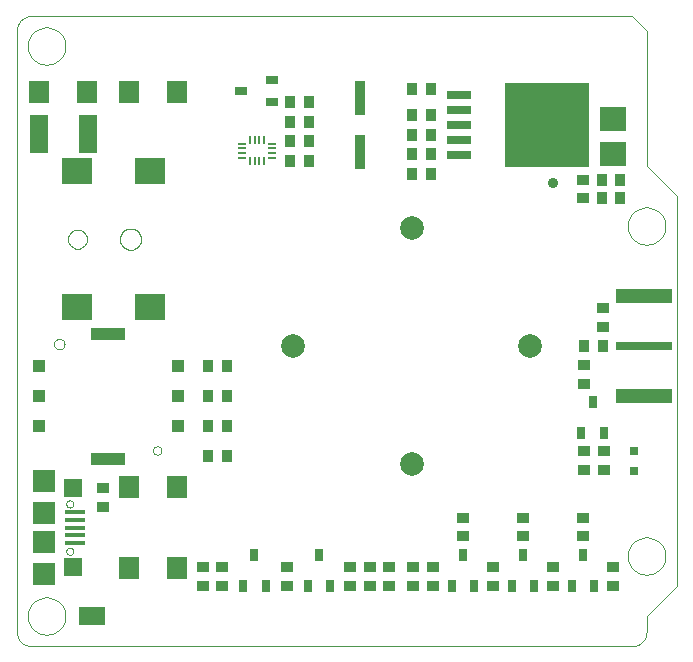
<source format=gbr>
G04 PROTEUS RS274X GERBER FILE*
%FSLAX45Y45*%
%MOMM*%
G01*
%ADD15R,1.700000X0.300000*%
%ADD16R,1.700000X0.400000*%
%ADD17R,1.900000X1.900000*%
%ADD18R,1.500000X1.500000*%
%ADD23C,2.000000*%
%ADD24R,1.050000X0.900000*%
%ADD25R,2.500000X2.300000*%
%ADD26R,1.800000X1.900000*%
%ADD27R,1.500000X3.200000*%
%ADD28R,3.000000X1.000000*%
%ADD29R,1.100000X1.000000*%
%ADD72R,4.750000X0.800000*%
%ADD73R,4.750000X1.200000*%
%ADD30R,0.900000X1.050000*%
%ADD31R,2.000000X0.760000*%
%ADD32R,7.100000X7.100000*%
%ADD33R,0.200000X0.800000*%
%ADD34R,0.800000X0.200000*%
%ADD35R,2.286000X2.032000*%
%ADD36R,0.850000X2.900000*%
%ADD37R,0.711200X0.990600*%
%ADD38R,0.800000X0.800000*%
%ADD39R,0.990600X0.711200*%
%ADD40C,0.889000*%
%ADD41R,2.200000X1.650000*%
%ADD42C,0.025400*%
D15*
X+495300Y+1133300D03*
D16*
X+495300Y+1068300D03*
X+495300Y+1003300D03*
X+495300Y+938300D03*
D15*
X+495300Y+873300D03*
D17*
X+235300Y+1123300D03*
X+235300Y+883300D03*
X+235300Y+1398300D03*
X+235300Y+608300D03*
D18*
X+480300Y+668300D03*
X+480300Y+1338300D03*
D23*
X+2343400Y+2540000D03*
X+3343400Y+1540000D03*
X+4343400Y+2540000D03*
X+3343400Y+3540000D03*
D24*
X+734300Y+1178300D03*
X+734300Y+1338300D03*
D25*
X+1124700Y+4018900D03*
X+514700Y+4018900D03*
X+514700Y+2868900D03*
X+1124700Y+2868900D03*
D26*
X+950200Y+1344600D03*
X+1360200Y+1344600D03*
D27*
X+605050Y+4338700D03*
X+185050Y+4338700D03*
D26*
X+185050Y+4694300D03*
X+595050Y+4694300D03*
D28*
X+775050Y+2646200D03*
X+775050Y+1586200D03*
D29*
X+185050Y+1862200D03*
X+185050Y+2116200D03*
X+185050Y+2370200D03*
X+1365050Y+1862200D03*
X+1365050Y+2116200D03*
X+1365050Y+2370200D03*
D72*
X+5314950Y+2540000D03*
D73*
X+5314950Y+2962500D03*
X+5314950Y+2117500D03*
D24*
X+4965700Y+2698750D03*
X+4965700Y+2858750D03*
D30*
X+4965700Y+2540000D03*
X+4805700Y+2540000D03*
D24*
X+4805700Y+2381250D03*
X+4805700Y+2221250D03*
D30*
X+1779050Y+2370200D03*
X+1619050Y+2370200D03*
X+1619050Y+1862200D03*
X+1779050Y+1862200D03*
X+1619050Y+2116200D03*
X+1779050Y+2116200D03*
X+1779050Y+1608200D03*
X+1619050Y+1608200D03*
D31*
X+3747500Y+4666300D03*
X+3747500Y+4539300D03*
X+3747500Y+4412300D03*
X+3747500Y+4285300D03*
X+3747500Y+4158300D03*
D32*
X+4488500Y+4412300D03*
D33*
X+2095100Y+4282900D03*
X+2055100Y+4282900D03*
X+2015100Y+4282900D03*
X+1975100Y+4282900D03*
D34*
X+1905100Y+4252900D03*
X+1905100Y+4212900D03*
X+1905100Y+4172900D03*
X+1905100Y+4132900D03*
D33*
X+1975100Y+4102900D03*
X+2015100Y+4102900D03*
X+2055100Y+4102900D03*
X+2095100Y+4102900D03*
D34*
X+2165100Y+4132900D03*
X+2165100Y+4172900D03*
X+2165100Y+4212900D03*
X+2165100Y+4252900D03*
D35*
X+5047300Y+4164650D03*
X+5047300Y+4464650D03*
D36*
X+2908050Y+4640900D03*
X+2908050Y+4180900D03*
D24*
X+4793300Y+3790000D03*
X+4793300Y+3950000D03*
D30*
X+4952050Y+3791250D03*
X+5112050Y+3791250D03*
X+4952050Y+3950000D03*
X+5112050Y+3950000D03*
X+3506200Y+4494850D03*
X+3346200Y+4494850D03*
X+3346200Y+4717100D03*
X+3506200Y+4717100D03*
X+3506200Y+3999550D03*
X+3346200Y+3999550D03*
X+3346200Y+4329750D03*
X+3506200Y+4329750D03*
D37*
X+1917700Y+508000D03*
X+2108200Y+508000D03*
X+2011680Y+769620D03*
D24*
X+1739900Y+508000D03*
X+1739900Y+668000D03*
X+1574800Y+668000D03*
X+1574800Y+508000D03*
D37*
X+4781550Y+1806350D03*
X+4972050Y+1806350D03*
X+4875530Y+2067970D03*
D24*
X+4972050Y+1647600D03*
X+4972050Y+1487600D03*
X+4806950Y+1487600D03*
X+4806950Y+1647600D03*
D38*
X+5226050Y+1482600D03*
X+5226050Y+1647600D03*
D39*
X+2158750Y+4602800D03*
X+2158750Y+4793300D03*
X+1897130Y+4696780D03*
D30*
X+2311150Y+4272600D03*
X+2471150Y+4272600D03*
X+2311150Y+4107500D03*
X+2471150Y+4107500D03*
D26*
X+950200Y+4694300D03*
X+1360200Y+4694300D03*
X+1360200Y+661950D03*
X+950200Y+661950D03*
D40*
X+4539300Y+3924600D03*
D37*
X+4699000Y+508000D03*
X+4889500Y+508000D03*
X+4792980Y+769620D03*
X+2463800Y+508000D03*
X+2654300Y+508000D03*
X+2557780Y+769620D03*
X+4191000Y+508000D03*
X+4381500Y+508000D03*
X+4284980Y+769620D03*
X+3683000Y+508000D03*
X+3873500Y+508000D03*
X+3776980Y+769620D03*
D30*
X+3506200Y+4164650D03*
X+3346200Y+4164650D03*
D24*
X+2990850Y+508000D03*
X+2990850Y+668000D03*
X+2825750Y+508000D03*
X+2825750Y+668000D03*
X+3155950Y+668000D03*
X+3155950Y+508000D03*
X+2286000Y+668000D03*
X+2286000Y+508000D03*
D30*
X+2471150Y+4602800D03*
X+2311150Y+4602800D03*
X+2311150Y+4437700D03*
X+2471150Y+4437700D03*
D24*
X+4540250Y+508000D03*
X+4540250Y+668000D03*
X+4032250Y+508000D03*
X+4032250Y+668000D03*
X+3524250Y+508000D03*
X+3524250Y+668000D03*
X+4792980Y+1088370D03*
X+4792980Y+928370D03*
X+4284980Y+1088370D03*
X+4284980Y+928370D03*
X+3776980Y+1088370D03*
X+3776980Y+928370D03*
X+3359150Y+508000D03*
X+3359150Y+668000D03*
X+5048250Y+668000D03*
X+5048250Y+508000D03*
D41*
X+635000Y+254000D03*
D42*
X+5492750Y+762000D02*
X+5492220Y+774958D01*
X+5487916Y+800876D01*
X+5478925Y+826794D01*
X+5464280Y+852712D01*
X+5441876Y+878466D01*
X+5415958Y+897958D01*
X+5390040Y+910530D01*
X+5364122Y+917866D01*
X+5338204Y+920694D01*
X+5334000Y+920750D01*
X+5175250Y+762000D02*
X+5175780Y+774958D01*
X+5180084Y+800876D01*
X+5189075Y+826794D01*
X+5203720Y+852712D01*
X+5226124Y+878466D01*
X+5252042Y+897958D01*
X+5277960Y+910530D01*
X+5303878Y+917866D01*
X+5329796Y+920694D01*
X+5334000Y+920750D01*
X+5175250Y+762000D02*
X+5175780Y+749042D01*
X+5180084Y+723124D01*
X+5189075Y+697206D01*
X+5203720Y+671288D01*
X+5226124Y+645534D01*
X+5252042Y+626042D01*
X+5277960Y+613470D01*
X+5303878Y+606134D01*
X+5329796Y+603306D01*
X+5334000Y+603250D01*
X+5492750Y+762000D02*
X+5492220Y+749042D01*
X+5487916Y+723124D01*
X+5478925Y+697206D01*
X+5464280Y+671288D01*
X+5441876Y+645534D01*
X+5415958Y+626042D01*
X+5390040Y+613470D01*
X+5364122Y+606134D01*
X+5338204Y+603306D01*
X+5334000Y+603250D01*
X+5492750Y+3556000D02*
X+5492220Y+3568958D01*
X+5487916Y+3594876D01*
X+5478925Y+3620794D01*
X+5464280Y+3646712D01*
X+5441876Y+3672466D01*
X+5415958Y+3691958D01*
X+5390040Y+3704530D01*
X+5364122Y+3711866D01*
X+5338204Y+3714694D01*
X+5334000Y+3714750D01*
X+5175250Y+3556000D02*
X+5175780Y+3568958D01*
X+5180084Y+3594876D01*
X+5189075Y+3620794D01*
X+5203720Y+3646712D01*
X+5226124Y+3672466D01*
X+5252042Y+3691958D01*
X+5277960Y+3704530D01*
X+5303878Y+3711866D01*
X+5329796Y+3714694D01*
X+5334000Y+3714750D01*
X+5175250Y+3556000D02*
X+5175780Y+3543042D01*
X+5180084Y+3517124D01*
X+5189075Y+3491206D01*
X+5203720Y+3465288D01*
X+5226124Y+3439534D01*
X+5252042Y+3420042D01*
X+5277960Y+3407470D01*
X+5303878Y+3400134D01*
X+5329796Y+3397306D01*
X+5334000Y+3397250D01*
X+5492750Y+3556000D02*
X+5492220Y+3543042D01*
X+5487916Y+3517124D01*
X+5478925Y+3491206D01*
X+5464280Y+3465288D01*
X+5441876Y+3439534D01*
X+5415958Y+3420042D01*
X+5390040Y+3407470D01*
X+5364122Y+3400134D01*
X+5338204Y+3397306D01*
X+5334000Y+3397250D01*
X+412750Y+5080000D02*
X+412220Y+5092958D01*
X+407916Y+5118876D01*
X+398925Y+5144794D01*
X+384280Y+5170712D01*
X+361876Y+5196466D01*
X+335958Y+5215958D01*
X+310040Y+5228530D01*
X+284122Y+5235866D01*
X+258204Y+5238694D01*
X+254000Y+5238750D01*
X+95250Y+5080000D02*
X+95780Y+5092958D01*
X+100084Y+5118876D01*
X+109075Y+5144794D01*
X+123720Y+5170712D01*
X+146124Y+5196466D01*
X+172042Y+5215958D01*
X+197960Y+5228530D01*
X+223878Y+5235866D01*
X+249796Y+5238694D01*
X+254000Y+5238750D01*
X+95250Y+5080000D02*
X+95780Y+5067042D01*
X+100084Y+5041124D01*
X+109075Y+5015206D01*
X+123720Y+4989288D01*
X+146124Y+4963534D01*
X+172042Y+4944042D01*
X+197960Y+4931470D01*
X+223878Y+4924134D01*
X+249796Y+4921306D01*
X+254000Y+4921250D01*
X+412750Y+5080000D02*
X+412220Y+5067042D01*
X+407916Y+5041124D01*
X+398925Y+5015206D01*
X+384280Y+4989288D01*
X+361876Y+4963534D01*
X+335958Y+4944042D01*
X+310040Y+4931470D01*
X+284122Y+4924134D01*
X+258204Y+4921306D01*
X+254000Y+4921250D01*
X+412750Y+254000D02*
X+412220Y+266958D01*
X+407916Y+292876D01*
X+398925Y+318794D01*
X+384280Y+344712D01*
X+361876Y+370466D01*
X+335958Y+389958D01*
X+310040Y+402530D01*
X+284122Y+409866D01*
X+258204Y+412694D01*
X+254000Y+412750D01*
X+95250Y+254000D02*
X+95780Y+266958D01*
X+100084Y+292876D01*
X+109075Y+318794D01*
X+123720Y+344712D01*
X+146124Y+370466D01*
X+172042Y+389958D01*
X+197960Y+402530D01*
X+223878Y+409866D01*
X+249796Y+412694D01*
X+254000Y+412750D01*
X+95250Y+254000D02*
X+95780Y+241042D01*
X+100084Y+215124D01*
X+109075Y+189206D01*
X+123720Y+163288D01*
X+146124Y+137534D01*
X+172042Y+118042D01*
X+197960Y+105470D01*
X+223878Y+98134D01*
X+249796Y+95306D01*
X+254000Y+95250D01*
X+412750Y+254000D02*
X+412220Y+241042D01*
X+407916Y+215124D01*
X+398925Y+189206D01*
X+384280Y+163288D01*
X+361876Y+137534D01*
X+335958Y+118042D01*
X+310040Y+105470D01*
X+284122Y+98134D01*
X+258204Y+95306D01*
X+254000Y+95250D01*
X+0Y+127000D02*
X+2527Y+101032D01*
X+9798Y+77018D01*
X+21348Y+55423D01*
X+36711Y+36711D01*
X+55423Y+21347D01*
X+77018Y+9798D01*
X+101032Y+2527D01*
X+127000Y+0D01*
X+5207000Y+0D01*
X+5232967Y+2527D01*
X+5256981Y+9798D01*
X+5278577Y+21347D01*
X+5297289Y+36711D01*
X+5312652Y+55423D01*
X+5324202Y+77018D01*
X+5331473Y+101032D01*
X+5334000Y+127000D01*
X+5334000Y+254000D01*
X+5588000Y+508000D01*
X+5588000Y+3810000D01*
X+5334000Y+4064000D01*
X+5334000Y+5207000D01*
X+5207000Y+5334000D01*
X+127000Y+5334000D01*
X+101032Y+5331473D01*
X+77018Y+5324202D01*
X+55423Y+5312652D01*
X+36711Y+5297289D01*
X+21348Y+5278577D01*
X+9798Y+5256981D01*
X+2527Y+5232967D01*
X+0Y+5207000D01*
X+0Y+127000D01*
X+480300Y+803300D02*
X+480197Y+805789D01*
X+479355Y+810769D01*
X+477595Y+815749D01*
X+474718Y+820729D01*
X+470317Y+825645D01*
X+465337Y+829259D01*
X+460357Y+831564D01*
X+455377Y+832867D01*
X+450397Y+833300D01*
X+450300Y+833300D01*
X+420300Y+803300D02*
X+420403Y+805789D01*
X+421245Y+810769D01*
X+423005Y+815749D01*
X+425882Y+820729D01*
X+430283Y+825645D01*
X+435263Y+829259D01*
X+440243Y+831564D01*
X+445223Y+832867D01*
X+450203Y+833300D01*
X+450300Y+833300D01*
X+420300Y+803300D02*
X+420403Y+800811D01*
X+421245Y+795831D01*
X+423005Y+790851D01*
X+425882Y+785871D01*
X+430283Y+780955D01*
X+435263Y+777341D01*
X+440243Y+775036D01*
X+445223Y+773733D01*
X+450203Y+773300D01*
X+450300Y+773300D01*
X+480300Y+803300D02*
X+480197Y+800811D01*
X+479355Y+795831D01*
X+477595Y+790851D01*
X+474718Y+785871D01*
X+470317Y+780955D01*
X+465337Y+777341D01*
X+460357Y+775036D01*
X+455377Y+773733D01*
X+450397Y+773300D01*
X+450300Y+773300D01*
X+480300Y+1203300D02*
X+480197Y+1205789D01*
X+479355Y+1210769D01*
X+477595Y+1215749D01*
X+474718Y+1220729D01*
X+470317Y+1225645D01*
X+465337Y+1229259D01*
X+460357Y+1231564D01*
X+455377Y+1232867D01*
X+450397Y+1233300D01*
X+450300Y+1233300D01*
X+420300Y+1203300D02*
X+420403Y+1205789D01*
X+421245Y+1210769D01*
X+423005Y+1215749D01*
X+425882Y+1220729D01*
X+430283Y+1225645D01*
X+435263Y+1229259D01*
X+440243Y+1231564D01*
X+445223Y+1232867D01*
X+450203Y+1233300D01*
X+450300Y+1233300D01*
X+420300Y+1203300D02*
X+420403Y+1200811D01*
X+421245Y+1195831D01*
X+423005Y+1190851D01*
X+425882Y+1185871D01*
X+430283Y+1180955D01*
X+435263Y+1177341D01*
X+440243Y+1175036D01*
X+445223Y+1173733D01*
X+450203Y+1173300D01*
X+450300Y+1173300D01*
X+480300Y+1203300D02*
X+480197Y+1200811D01*
X+479355Y+1195831D01*
X+477595Y+1190851D01*
X+474718Y+1185871D01*
X+470317Y+1180955D01*
X+465337Y+1177341D01*
X+460357Y+1175036D01*
X+455377Y+1173733D01*
X+450397Y+1173300D01*
X+450300Y+1173300D01*
X+594700Y+3443900D02*
X+594428Y+3450496D01*
X+592214Y+3463690D01*
X+587584Y+3476884D01*
X+580027Y+3490078D01*
X+568465Y+3503140D01*
X+555271Y+3512849D01*
X+542077Y+3519070D01*
X+528883Y+3522633D01*
X+515689Y+3523894D01*
X+514700Y+3523900D01*
X+434700Y+3443900D02*
X+434972Y+3450496D01*
X+437186Y+3463690D01*
X+441816Y+3476884D01*
X+449373Y+3490078D01*
X+460935Y+3503140D01*
X+474129Y+3512849D01*
X+487323Y+3519070D01*
X+500517Y+3522633D01*
X+513711Y+3523894D01*
X+514700Y+3523900D01*
X+434700Y+3443900D02*
X+434972Y+3437304D01*
X+437186Y+3424110D01*
X+441816Y+3410916D01*
X+449373Y+3397722D01*
X+460935Y+3384660D01*
X+474129Y+3374951D01*
X+487323Y+3368730D01*
X+500517Y+3365167D01*
X+513711Y+3363906D01*
X+514700Y+3363900D01*
X+594700Y+3443900D02*
X+594428Y+3437304D01*
X+592214Y+3424110D01*
X+587584Y+3410916D01*
X+580027Y+3397722D01*
X+568465Y+3384660D01*
X+555271Y+3374951D01*
X+542077Y+3368730D01*
X+528883Y+3365167D01*
X+515689Y+3363906D01*
X+514700Y+3363900D01*
X+1054700Y+3443900D02*
X+1054394Y+3451311D01*
X+1051910Y+3466135D01*
X+1046716Y+3480959D01*
X+1038240Y+3495783D01*
X+1025272Y+3510466D01*
X+1010448Y+3521406D01*
X+995624Y+3528420D01*
X+980800Y+3532448D01*
X+965976Y+3533891D01*
X+964700Y+3533900D01*
X+874700Y+3443900D02*
X+875006Y+3451311D01*
X+877490Y+3466135D01*
X+882684Y+3480959D01*
X+891160Y+3495783D01*
X+904128Y+3510466D01*
X+918952Y+3521406D01*
X+933776Y+3528420D01*
X+948600Y+3532448D01*
X+963424Y+3533891D01*
X+964700Y+3533900D01*
X+874700Y+3443900D02*
X+875006Y+3436489D01*
X+877490Y+3421665D01*
X+882684Y+3406841D01*
X+891160Y+3392017D01*
X+904128Y+3377334D01*
X+918952Y+3366394D01*
X+933776Y+3359380D01*
X+948600Y+3355352D01*
X+963424Y+3353909D01*
X+964700Y+3353900D01*
X+1054700Y+3443900D02*
X+1054394Y+3436489D01*
X+1051910Y+3421665D01*
X+1046716Y+3406841D01*
X+1038240Y+3392017D01*
X+1025272Y+3377334D01*
X+1010448Y+3366394D01*
X+995624Y+3359380D01*
X+980800Y+3355352D01*
X+965976Y+3353909D01*
X+964700Y+3353900D01*
X+1225050Y+1656200D02*
X+1224929Y+1659102D01*
X+1223949Y+1664908D01*
X+1221899Y+1670714D01*
X+1218547Y+1676520D01*
X+1213421Y+1682254D01*
X+1207615Y+1686473D01*
X+1201809Y+1689166D01*
X+1196003Y+1690690D01*
X+1190197Y+1691200D01*
X+1190050Y+1691200D01*
X+1155050Y+1656200D02*
X+1155171Y+1659102D01*
X+1156151Y+1664908D01*
X+1158201Y+1670714D01*
X+1161553Y+1676520D01*
X+1166679Y+1682254D01*
X+1172485Y+1686473D01*
X+1178291Y+1689166D01*
X+1184097Y+1690690D01*
X+1189903Y+1691200D01*
X+1190050Y+1691200D01*
X+1155050Y+1656200D02*
X+1155171Y+1653298D01*
X+1156151Y+1647492D01*
X+1158201Y+1641686D01*
X+1161553Y+1635880D01*
X+1166679Y+1630146D01*
X+1172485Y+1625927D01*
X+1178291Y+1623234D01*
X+1184097Y+1621710D01*
X+1189903Y+1621200D01*
X+1190050Y+1621200D01*
X+1225050Y+1656200D02*
X+1224929Y+1653298D01*
X+1223949Y+1647492D01*
X+1221899Y+1641686D01*
X+1218547Y+1635880D01*
X+1213421Y+1630146D01*
X+1207615Y+1625927D01*
X+1201809Y+1623234D01*
X+1196003Y+1621710D01*
X+1190197Y+1621200D01*
X+1190050Y+1621200D01*
X+405050Y+2556200D02*
X+404895Y+2559927D01*
X+403639Y+2567382D01*
X+401009Y+2574837D01*
X+396713Y+2582292D01*
X+390143Y+2589658D01*
X+382688Y+2595091D01*
X+375233Y+2598561D01*
X+367778Y+2600531D01*
X+360323Y+2601199D01*
X+360050Y+2601200D01*
X+315050Y+2556200D02*
X+315205Y+2559927D01*
X+316461Y+2567382D01*
X+319091Y+2574837D01*
X+323387Y+2582292D01*
X+329957Y+2589658D01*
X+337412Y+2595091D01*
X+344867Y+2598561D01*
X+352322Y+2600531D01*
X+359777Y+2601199D01*
X+360050Y+2601200D01*
X+315050Y+2556200D02*
X+315205Y+2552473D01*
X+316461Y+2545018D01*
X+319091Y+2537563D01*
X+323387Y+2530108D01*
X+329957Y+2522742D01*
X+337412Y+2517309D01*
X+344867Y+2513839D01*
X+352322Y+2511869D01*
X+359777Y+2511201D01*
X+360050Y+2511200D01*
X+405050Y+2556200D02*
X+404895Y+2552473D01*
X+403639Y+2545018D01*
X+401009Y+2537563D01*
X+396713Y+2530108D01*
X+390143Y+2522742D01*
X+382688Y+2517309D01*
X+375233Y+2513839D01*
X+367778Y+2511869D01*
X+360323Y+2511201D01*
X+360050Y+2511200D01*
M02*

</source>
